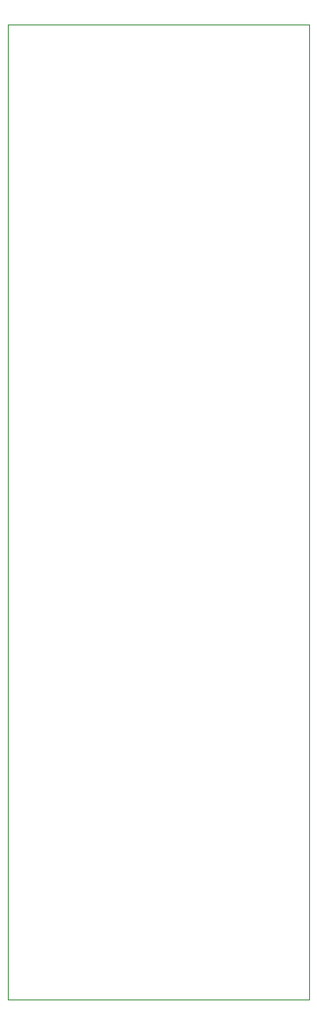
<source format=gbr>
%TF.GenerationSoftware,KiCad,Pcbnew,6.0.4-6f826c9f35~116~ubuntu21.10.1*%
%TF.CreationDate,2022-06-29T09:01:03+02:00*%
%TF.ProjectId,mHz_oscillator,6d487a5f-6f73-4636-996c-6c61746f722e,rev?*%
%TF.SameCoordinates,Original*%
%TF.FileFunction,Profile,NP*%
%FSLAX46Y46*%
G04 Gerber Fmt 4.6, Leading zero omitted, Abs format (unit mm)*
G04 Created by KiCad (PCBNEW 6.0.4-6f826c9f35~116~ubuntu21.10.1) date 2022-06-29 09:01:03*
%MOMM*%
%LPD*%
G01*
G04 APERTURE LIST*
%TA.AperFunction,Profile*%
%ADD10C,0.050000*%
%TD*%
G04 APERTURE END LIST*
D10*
X25400000Y-9842500D02*
X54610000Y-9842500D01*
X54610000Y-9842500D02*
X54610000Y84455000D01*
X54610000Y84455000D02*
X25400000Y84455000D01*
X25400000Y84455000D02*
X25400000Y-9842500D01*
M02*

</source>
